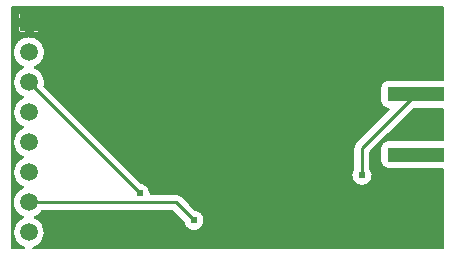
<source format=gbl>
G04 Layer: BottomLayer*
G04 EasyEDA Pro v2.2.40.3, 2025-08-02 18:00:09*
G04 Gerber Generator version 0.3*
G04 Scale: 100 percent, Rotated: No, Reflected: No*
G04 Dimensions in millimeters*
G04 Leading zeros omitted, absolute positions, 4 integers and 5 decimals*
G04 Generated by one-click*
%FSLAX45Y45*%
%MOMM*%
%ADD10C,0.2032*%
%ADD11C,0.75508*%
%ADD12R,1.5X1.5*%
%ADD13C,1.5*%
%ADD14R,4.79999X1.2*%
%ADD15C,0.6145*%
%ADD16C,0.61*%
%ADD17C,0.254*%
G75*


G04 Copper Start*
G36*
G01X15471286Y-7376014D02*
G01X15471286Y-7993883D01*
G01X15000011Y-7993883D01*
G01X14986567Y-7995398D01*
G01X14973798Y-7999866D01*
G01X14962343Y-8007063D01*
G01X14952777Y-8016629D01*
G01X14945580Y-8028084D01*
G01X14941111Y-8040853D01*
G01X14939597Y-8054297D01*
G01X14939597Y-8174297D01*
G01X14941111Y-8187740D01*
G01X14945580Y-8200509D01*
G01X14952777Y-8211964D01*
G01X14962343Y-8221530D01*
G01X14973798Y-8228728D01*
G01X14986567Y-8233196D01*
G01X15000011Y-8234710D01*
G01X15016198Y-8234710D01*
G01X14731111Y-8519797D01*
G01X14722018Y-8530877D01*
G01X14715262Y-8543517D01*
G01X14711101Y-8557233D01*
G01X14709696Y-8571497D01*
G01X14709696Y-8746062D01*
G01X14700393Y-8761719D01*
G01X14694398Y-8778916D01*
G01X14691950Y-8796963D01*
G01X14693149Y-8815136D01*
G01X14697945Y-8832705D01*
G01X14706147Y-8848965D01*
G01X14717426Y-8863265D01*
G01X14731328Y-8875030D01*
G01X14747296Y-8883787D01*
G01X14764690Y-8889187D01*
G01X14782810Y-8891011D01*
G01X14800931Y-8889187D01*
G01X14818324Y-8883787D01*
G01X14834292Y-8875030D01*
G01X14848195Y-8863265D01*
G01X14859473Y-8848965D01*
G01X14867675Y-8832705D01*
G01X14872472Y-8815136D01*
G01X14873670Y-8796963D01*
G01X14871222Y-8778916D01*
G01X14865227Y-8761719D01*
G01X14855924Y-8746062D01*
G01X14855924Y-8601781D01*
G01X15222995Y-8234710D01*
G01X15471286Y-8234710D01*
G01X15471286Y-8503890D01*
G01X15000011Y-8503890D01*
G01X14986567Y-8505404D01*
G01X14973798Y-8509872D01*
G01X14962343Y-8517070D01*
G01X14952777Y-8526636D01*
G01X14945580Y-8538091D01*
G01X14941111Y-8550860D01*
G01X14939597Y-8564303D01*
G01X14939597Y-8684303D01*
G01X14941111Y-8697747D01*
G01X14945580Y-8710516D01*
G01X14952777Y-8721971D01*
G01X14962343Y-8731537D01*
G01X14973798Y-8738734D01*
G01X14986567Y-8743202D01*
G01X15000011Y-8744717D01*
G01X15471286Y-8744717D01*
G01X15471286Y-9413386D01*
G01X12002367Y-9413386D01*
G01X12023304Y-9405143D01*
G01X12042586Y-9393547D01*
G01X12059683Y-9378918D01*
G01X12074121Y-9361660D01*
G01X12085502Y-9342250D01*
G01X12093511Y-9321223D01*
G01X12097928Y-9299160D01*
G01X12098631Y-9276670D01*
G01X12095600Y-9254374D01*
G01X12088919Y-9232888D01*
G01X12078772Y-9212805D01*
G01X12065440Y-9194679D01*
G01X12049290Y-9179011D01*
G01X12030769Y-9166234D01*
G01X12010388Y-9156700D01*
G01X12030200Y-9147490D01*
G01X12048274Y-9135215D01*
G01X12064138Y-9120192D01*
G01X12077379Y-9102814D01*
G01X13177715Y-9102814D01*
G01X13270493Y-9195591D01*
G01X13274986Y-9213241D01*
G01X13282906Y-9229640D01*
G01X13293937Y-9244132D01*
G01X13307634Y-9256134D01*
G01X13323449Y-9265166D01*
G01X13340747Y-9270864D01*
G01X13358833Y-9273000D01*
G01X13376982Y-9271489D01*
G01X13394466Y-9266390D01*
G01X13410583Y-9257909D01*
G01X13424686Y-9246386D01*
G01X13436209Y-9232283D01*
G01X13444690Y-9216166D01*
G01X13449789Y-9198682D01*
G01X13451300Y-9180533D01*
G01X13449164Y-9162447D01*
G01X13443466Y-9145149D01*
G01X13434434Y-9129334D01*
G01X13422432Y-9115637D01*
G01X13407940Y-9104606D01*
G01X13391541Y-9096686D01*
G01X13373891Y-9092193D01*
G01X13259699Y-8978001D01*
G01X13248620Y-8968908D01*
G01X13235979Y-8962152D01*
G01X13222264Y-8957991D01*
G01X13208000Y-8956586D01*
G01X12994062Y-8956586D01*
G01X12992741Y-8937759D01*
G01X12987561Y-8919610D01*
G01X12978746Y-8902922D01*
G01X12966675Y-8888413D01*
G01X12951868Y-8876710D01*
G01X12934964Y-8868316D01*
G01X12916691Y-8863593D01*
G01X12095695Y-8042596D01*
G01X12098602Y-8021278D01*
G01X12098095Y-7999769D01*
G01X12094189Y-7978611D01*
G01X12086980Y-7958339D01*
G01X12076652Y-7939465D01*
G01X12063465Y-7922465D01*
G01X12047752Y-7907768D01*
G01X12029910Y-7895745D01*
G01X12010388Y-7886700D01*
G01X12030487Y-7877327D01*
G01X12048787Y-7864800D01*
G01X12064796Y-7849454D01*
G01X12078086Y-7831700D01*
G01X12088300Y-7812015D01*
G01X12095164Y-7790928D01*
G01X12098494Y-7769002D01*
G01X12098201Y-7746827D01*
G01X12094292Y-7724998D01*
G01X12086872Y-7704099D01*
G01X12076141Y-7684691D01*
G01X12062386Y-7667295D01*
G01X12045976Y-7652378D01*
G01X12027352Y-7640339D01*
G01X12007012Y-7631501D01*
G01X11985502Y-7626102D01*
G01X11963400Y-7624286D01*
G01X11941298Y-7626102D01*
G01X11919788Y-7631501D01*
G01X11899448Y-7640339D01*
G01X11880824Y-7652378D01*
G01X11864414Y-7667295D01*
G01X11850659Y-7684691D01*
G01X11839928Y-7704099D01*
G01X11832508Y-7724998D01*
G01X11828599Y-7746827D01*
G01X11828306Y-7769002D01*
G01X11831636Y-7790928D01*
G01X11838500Y-7812015D01*
G01X11848714Y-7831700D01*
G01X11862004Y-7849454D01*
G01X11878013Y-7864800D01*
G01X11896313Y-7877327D01*
G01X11916412Y-7886700D01*
G01X11896521Y-7895954D01*
G01X11878385Y-7908299D01*
G01X11862480Y-7923411D01*
G01X11849225Y-7940893D01*
G01X11838966Y-7960285D01*
G01X11831974Y-7981080D01*
G01X11828431Y-8002731D01*
G01X11828431Y-8024669D01*
G01X11831974Y-8046320D01*
G01X11838966Y-8067115D01*
G01X11849225Y-8086507D01*
G01X11862480Y-8103989D01*
G01X11878385Y-8119101D01*
G01X11896521Y-8131446D01*
G01X11916412Y-8140700D01*
G01X11896521Y-8149954D01*
G01X11878385Y-8162299D01*
G01X11862480Y-8177411D01*
G01X11849225Y-8194893D01*
G01X11838966Y-8214285D01*
G01X11831974Y-8235080D01*
G01X11828431Y-8256731D01*
G01X11828431Y-8278669D01*
G01X11831974Y-8300320D01*
G01X11838966Y-8321115D01*
G01X11849225Y-8340507D01*
G01X11862480Y-8357989D01*
G01X11878385Y-8373101D01*
G01X11896521Y-8385446D01*
G01X11916412Y-8394700D01*
G01X11896521Y-8403954D01*
G01X11878385Y-8416299D01*
G01X11862480Y-8431411D01*
G01X11849225Y-8448893D01*
G01X11838966Y-8468285D01*
G01X11831974Y-8489080D01*
G01X11828431Y-8510731D01*
G01X11828431Y-8532669D01*
G01X11831974Y-8554320D01*
G01X11838966Y-8575115D01*
G01X11849225Y-8594507D01*
G01X11862480Y-8611989D01*
G01X11878385Y-8627101D01*
G01X11896521Y-8639446D01*
G01X11916412Y-8648700D01*
G01X11896521Y-8657954D01*
G01X11878385Y-8670299D01*
G01X11862480Y-8685411D01*
G01X11849225Y-8702893D01*
G01X11838966Y-8722285D01*
G01X11831974Y-8743080D01*
G01X11828431Y-8764731D01*
G01X11828431Y-8786669D01*
G01X11831974Y-8808320D01*
G01X11838966Y-8829115D01*
G01X11849225Y-8848507D01*
G01X11862480Y-8865989D01*
G01X11878385Y-8881101D01*
G01X11896521Y-8893446D01*
G01X11916412Y-8902700D01*
G01X11897718Y-8911283D01*
G01X11880539Y-8922598D01*
G01X11865272Y-8936384D01*
G01X11852270Y-8952324D01*
G01X11841832Y-8970050D01*
G01X11834200Y-8989151D01*
G01X11829549Y-9009189D01*
G01X11827986Y-9029700D01*
G01X11829549Y-9050211D01*
G01X11834200Y-9070249D01*
G01X11841832Y-9089350D01*
G01X11852270Y-9107076D01*
G01X11865272Y-9123016D01*
G01X11880539Y-9136802D01*
G01X11897718Y-9148117D01*
G01X11916412Y-9156700D01*
G01X11896031Y-9166234D01*
G01X11877510Y-9179011D01*
G01X11861360Y-9194679D01*
G01X11848028Y-9212805D01*
G01X11837881Y-9232888D01*
G01X11831200Y-9254374D01*
G01X11828169Y-9276670D01*
G01X11828872Y-9299160D01*
G01X11833289Y-9321223D01*
G01X11841298Y-9342250D01*
G01X11852679Y-9361660D01*
G01X11867117Y-9378918D01*
G01X11884214Y-9393547D01*
G01X11903496Y-9405143D01*
G01X11924433Y-9413386D01*
G01X11821014Y-9413386D01*
G01X11821014Y-7580700D01*
G01X11875446Y-7580700D01*
G01X11875446Y-7580700D01*
G01X11877182Y-7587177D01*
G01X11881923Y-7591918D01*
G01X11888400Y-7593654D01*
G01X12038400Y-7593654D01*
G01X12044877Y-7591918D01*
G01X12049618Y-7587177D01*
G01X12051354Y-7580700D01*
G01X12051354Y-7430700D01*
G01X12049618Y-7424223D01*
G01X12044877Y-7419482D01*
G01X12038400Y-7417746D01*
G01X11888400Y-7417746D01*
G01X11881923Y-7419482D01*
G01X11877182Y-7424223D01*
G01X11875446Y-7430700D01*
G01X11875446Y-7580700D01*
G01X11821014Y-7580700D01*
G01X11821014Y-7376014D01*
G01X15471286Y-7376014D01*
G37*
G54D10*
G01X15471286Y-7376014D02*
G01X15471286Y-7993883D01*
G01X15000011Y-7993883D01*
G03X14939597Y-8054297I0J-60414D01*
G01X14939597Y-8174297D01*
G03X15000011Y-8234710I60414J0D01*
G01X15016198Y-8234710D01*
G01X14731111Y-8519797D01*
G03X14709696Y-8571497I51699J-51699D01*
G01X14709696Y-8746062D01*
G03X14782810Y-8891011I73114J-54034D01*
G03X14855924Y-8746062I0J90914D01*
G01X14855924Y-8601781D01*
G01X15222995Y-8234710D01*
G01X15471286Y-8234710D01*
G01X15471286Y-8503890D01*
G01X15000011Y-8503890D01*
G03X14939597Y-8564303I0J-60414D01*
G01X14939597Y-8684303D01*
G03X15000011Y-8744717I60414J0D01*
G01X15471286Y-8744717D01*
G01X15471286Y-9413386D01*
G01X12002367Y-9413386D01*
G03X12010388Y-9156700I-38967J129686D01*
G03X12077379Y-9102814I-46988J127000D01*
G01X13177715Y-9102814D01*
G01X13270493Y-9195591D01*
G03X13424686Y-9246386I89907J13491D01*
G03X13373891Y-9092193I-64286J64286D01*
G01X13259699Y-8978001D01*
G03X13208000Y-8956586I-51699J-51699D01*
G01X12994062Y-8956586D01*
G03X12916691Y-8863593I-90862J3086D01*
G01X12095695Y-8042596D01*
G03X12010388Y-7886700I-132295J28896D01*
G03X11963400Y-7624286I-46988J127000D01*
G03X11916412Y-7886700I0J-135414D01*
G03X11916412Y-8140700I46988J-127000D01*
G03X11916412Y-8394700I46988J-127000D01*
G03X11916412Y-8648700I46988J-127000D01*
G03X11916412Y-8902700I46988J-127000D01*
G03X11827986Y-9029700I46988J-127000D01*
G03X11916412Y-9156700I135414J0D01*
G03X11924433Y-9413386I46988J-127000D01*
G01X11821014Y-9413386D01*
G01X11821014Y-7376014D01*
G01X15471286Y-7376014D01*
G01X11875446Y-7580700D02*
G03X11888400Y-7593654I12954J0D01*
G01X12038400Y-7593654D01*
G03X12051354Y-7580700I0J12954D01*
G01X12051354Y-7430700D01*
G03X12038400Y-7417746I-12954J0D01*
G01X11888400Y-7417746D01*
G03X11875446Y-7430700I0J-12954D01*
G01X11875446Y-7580700D01*
G54D11*
G01X11963400Y-7430954D02*
G01X11963400Y-7427906D01*
G01X11963400Y-7580446D02*
G01X11963400Y-7583494D01*
G01X12038146Y-7505700D02*
G01X12041194Y-7505700D01*
G01X11888654Y-7505700D02*
G01X11885606Y-7505700D01*
G04 Copper End*

G04 Pad Start*
G54D12*
G01X11963400Y-7505700D03*
G54D13*
G01X11963400Y-7759700D03*
G01X11963400Y-8013700D03*
G01X11963400Y-8267700D03*
G01X11963400Y-8521700D03*
G01X11963400Y-8775700D03*
G01X11963400Y-9029700D03*
G01X11963400Y-9283700D03*
G54D14*
G01X15240010Y-8114297D03*
G01X15240010Y-8624303D03*
G04 Pad End*

G04 Via Start*
G54D16*
G01X14782810Y-8800097D03*
G01X13360400Y-9182100D03*
G01X12903200Y-8953500D03*
G04 Via End*

G04 Track Start*
G54D17*
G01X15240010Y-8114297D02*
G01X14782810Y-8571497D01*
G01X14782810Y-8800097D01*
G01X11963400Y-9029700D02*
G01X13208000Y-9029700D01*
G01X13360400Y-9182100D01*
G01X11963400Y-8013700D02*
G01X12903200Y-8953500D01*
G04 Track End*

M02*


</source>
